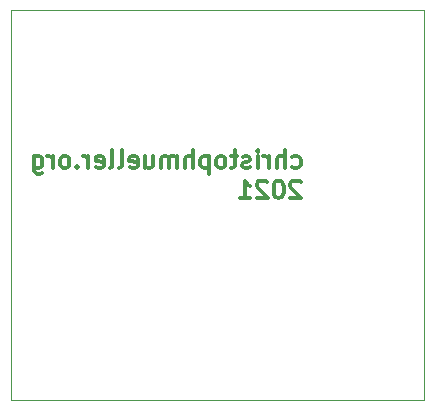
<source format=gbr>
%TF.GenerationSoftware,KiCad,Pcbnew,5.1.9*%
%TF.CreationDate,2021-02-06T21:01:27+01:00*%
%TF.ProjectId,linear_encoder,6c696e65-6172-45f6-956e-636f6465722e,0*%
%TF.SameCoordinates,Original*%
%TF.FileFunction,Legend,Bot*%
%TF.FilePolarity,Positive*%
%FSLAX46Y46*%
G04 Gerber Fmt 4.6, Leading zero omitted, Abs format (unit mm)*
G04 Created by KiCad (PCBNEW 5.1.9) date 2021-02-06 21:01:27*
%MOMM*%
%LPD*%
G01*
G04 APERTURE LIST*
%ADD10C,0.300000*%
%TA.AperFunction,Profile*%
%ADD11C,0.100000*%
%TD*%
G04 APERTURE END LIST*
D10*
X97805000Y-32332142D02*
X97947857Y-32403571D01*
X98233571Y-32403571D01*
X98376428Y-32332142D01*
X98447857Y-32260714D01*
X98519285Y-32117857D01*
X98519285Y-31689285D01*
X98447857Y-31546428D01*
X98376428Y-31475000D01*
X98233571Y-31403571D01*
X97947857Y-31403571D01*
X97805000Y-31475000D01*
X97162142Y-32403571D02*
X97162142Y-30903571D01*
X96519285Y-32403571D02*
X96519285Y-31617857D01*
X96590714Y-31475000D01*
X96733571Y-31403571D01*
X96947857Y-31403571D01*
X97090714Y-31475000D01*
X97162142Y-31546428D01*
X95805000Y-32403571D02*
X95805000Y-31403571D01*
X95805000Y-31689285D02*
X95733571Y-31546428D01*
X95662142Y-31475000D01*
X95519285Y-31403571D01*
X95376428Y-31403571D01*
X94876428Y-32403571D02*
X94876428Y-31403571D01*
X94876428Y-30903571D02*
X94947857Y-30975000D01*
X94876428Y-31046428D01*
X94805000Y-30975000D01*
X94876428Y-30903571D01*
X94876428Y-31046428D01*
X94233571Y-32332142D02*
X94090714Y-32403571D01*
X93805000Y-32403571D01*
X93662142Y-32332142D01*
X93590714Y-32189285D01*
X93590714Y-32117857D01*
X93662142Y-31975000D01*
X93805000Y-31903571D01*
X94019285Y-31903571D01*
X94162142Y-31832142D01*
X94233571Y-31689285D01*
X94233571Y-31617857D01*
X94162142Y-31475000D01*
X94019285Y-31403571D01*
X93805000Y-31403571D01*
X93662142Y-31475000D01*
X93162142Y-31403571D02*
X92590714Y-31403571D01*
X92947857Y-30903571D02*
X92947857Y-32189285D01*
X92876428Y-32332142D01*
X92733571Y-32403571D01*
X92590714Y-32403571D01*
X91876428Y-32403571D02*
X92019285Y-32332142D01*
X92090714Y-32260714D01*
X92162142Y-32117857D01*
X92162142Y-31689285D01*
X92090714Y-31546428D01*
X92019285Y-31475000D01*
X91876428Y-31403571D01*
X91662142Y-31403571D01*
X91519285Y-31475000D01*
X91447857Y-31546428D01*
X91376428Y-31689285D01*
X91376428Y-32117857D01*
X91447857Y-32260714D01*
X91519285Y-32332142D01*
X91662142Y-32403571D01*
X91876428Y-32403571D01*
X90733571Y-31403571D02*
X90733571Y-32903571D01*
X90733571Y-31475000D02*
X90590714Y-31403571D01*
X90305000Y-31403571D01*
X90162142Y-31475000D01*
X90090714Y-31546428D01*
X90019285Y-31689285D01*
X90019285Y-32117857D01*
X90090714Y-32260714D01*
X90162142Y-32332142D01*
X90305000Y-32403571D01*
X90590714Y-32403571D01*
X90733571Y-32332142D01*
X89376428Y-32403571D02*
X89376428Y-30903571D01*
X88733571Y-32403571D02*
X88733571Y-31617857D01*
X88805000Y-31475000D01*
X88947857Y-31403571D01*
X89162142Y-31403571D01*
X89305000Y-31475000D01*
X89376428Y-31546428D01*
X88019285Y-32403571D02*
X88019285Y-31403571D01*
X88019285Y-31546428D02*
X87947857Y-31475000D01*
X87805000Y-31403571D01*
X87590714Y-31403571D01*
X87447857Y-31475000D01*
X87376428Y-31617857D01*
X87376428Y-32403571D01*
X87376428Y-31617857D02*
X87305000Y-31475000D01*
X87162142Y-31403571D01*
X86947857Y-31403571D01*
X86805000Y-31475000D01*
X86733571Y-31617857D01*
X86733571Y-32403571D01*
X85376428Y-31403571D02*
X85376428Y-32403571D01*
X86019285Y-31403571D02*
X86019285Y-32189285D01*
X85947857Y-32332142D01*
X85805000Y-32403571D01*
X85590714Y-32403571D01*
X85447857Y-32332142D01*
X85376428Y-32260714D01*
X84090714Y-32332142D02*
X84233571Y-32403571D01*
X84519285Y-32403571D01*
X84662142Y-32332142D01*
X84733571Y-32189285D01*
X84733571Y-31617857D01*
X84662142Y-31475000D01*
X84519285Y-31403571D01*
X84233571Y-31403571D01*
X84090714Y-31475000D01*
X84019285Y-31617857D01*
X84019285Y-31760714D01*
X84733571Y-31903571D01*
X83162142Y-32403571D02*
X83305000Y-32332142D01*
X83376428Y-32189285D01*
X83376428Y-30903571D01*
X82376428Y-32403571D02*
X82519285Y-32332142D01*
X82590714Y-32189285D01*
X82590714Y-30903571D01*
X81233571Y-32332142D02*
X81376428Y-32403571D01*
X81662142Y-32403571D01*
X81805000Y-32332142D01*
X81876428Y-32189285D01*
X81876428Y-31617857D01*
X81805000Y-31475000D01*
X81662142Y-31403571D01*
X81376428Y-31403571D01*
X81233571Y-31475000D01*
X81162142Y-31617857D01*
X81162142Y-31760714D01*
X81876428Y-31903571D01*
X80519285Y-32403571D02*
X80519285Y-31403571D01*
X80519285Y-31689285D02*
X80447857Y-31546428D01*
X80376428Y-31475000D01*
X80233571Y-31403571D01*
X80090714Y-31403571D01*
X79590714Y-32260714D02*
X79519285Y-32332142D01*
X79590714Y-32403571D01*
X79662142Y-32332142D01*
X79590714Y-32260714D01*
X79590714Y-32403571D01*
X78662142Y-32403571D02*
X78805000Y-32332142D01*
X78876428Y-32260714D01*
X78947857Y-32117857D01*
X78947857Y-31689285D01*
X78876428Y-31546428D01*
X78805000Y-31475000D01*
X78662142Y-31403571D01*
X78447857Y-31403571D01*
X78305000Y-31475000D01*
X78233571Y-31546428D01*
X78162142Y-31689285D01*
X78162142Y-32117857D01*
X78233571Y-32260714D01*
X78305000Y-32332142D01*
X78447857Y-32403571D01*
X78662142Y-32403571D01*
X77519285Y-32403571D02*
X77519285Y-31403571D01*
X77519285Y-31689285D02*
X77447857Y-31546428D01*
X77376428Y-31475000D01*
X77233571Y-31403571D01*
X77090714Y-31403571D01*
X75947857Y-31403571D02*
X75947857Y-32617857D01*
X76019285Y-32760714D01*
X76090714Y-32832142D01*
X76233571Y-32903571D01*
X76447857Y-32903571D01*
X76590714Y-32832142D01*
X75947857Y-32332142D02*
X76090714Y-32403571D01*
X76376428Y-32403571D01*
X76519285Y-32332142D01*
X76590714Y-32260714D01*
X76662142Y-32117857D01*
X76662142Y-31689285D01*
X76590714Y-31546428D01*
X76519285Y-31475000D01*
X76376428Y-31403571D01*
X76090714Y-31403571D01*
X75947857Y-31475000D01*
X98519285Y-33596428D02*
X98447857Y-33525000D01*
X98305000Y-33453571D01*
X97947857Y-33453571D01*
X97805000Y-33525000D01*
X97733571Y-33596428D01*
X97662142Y-33739285D01*
X97662142Y-33882142D01*
X97733571Y-34096428D01*
X98590714Y-34953571D01*
X97662142Y-34953571D01*
X96733571Y-33453571D02*
X96590714Y-33453571D01*
X96447857Y-33525000D01*
X96376428Y-33596428D01*
X96305000Y-33739285D01*
X96233571Y-34025000D01*
X96233571Y-34382142D01*
X96305000Y-34667857D01*
X96376428Y-34810714D01*
X96447857Y-34882142D01*
X96590714Y-34953571D01*
X96733571Y-34953571D01*
X96876428Y-34882142D01*
X96947857Y-34810714D01*
X97019285Y-34667857D01*
X97090714Y-34382142D01*
X97090714Y-34025000D01*
X97019285Y-33739285D01*
X96947857Y-33596428D01*
X96876428Y-33525000D01*
X96733571Y-33453571D01*
X95662142Y-33596428D02*
X95590714Y-33525000D01*
X95447857Y-33453571D01*
X95090714Y-33453571D01*
X94947857Y-33525000D01*
X94876428Y-33596428D01*
X94805000Y-33739285D01*
X94805000Y-33882142D01*
X94876428Y-34096428D01*
X95733571Y-34953571D01*
X94805000Y-34953571D01*
X93376428Y-34953571D02*
X94233571Y-34953571D01*
X93805000Y-34953571D02*
X93805000Y-33453571D01*
X93947857Y-33667857D01*
X94090714Y-33810714D01*
X94233571Y-33882142D01*
D11*
X109000000Y-19000000D02*
X109000000Y-52000000D01*
X74000000Y-19000000D02*
X109000000Y-19000000D01*
X74000000Y-52000000D02*
X74000000Y-19000000D01*
X109000000Y-52000000D02*
X74000000Y-52000000D01*
M02*

</source>
